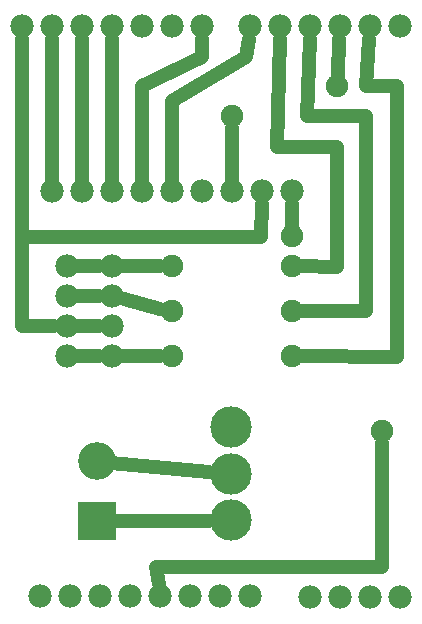
<source format=gbl>
G04 MADE WITH FRITZING*
G04 WWW.FRITZING.ORG*
G04 DOUBLE SIDED*
G04 HOLES PLATED*
G04 CONTOUR ON CENTER OF CONTOUR VECTOR*
%ASAXBY*%
%FSLAX23Y23*%
%MOIN*%
%OFA0B0*%
%SFA1.0B1.0*%
%ADD10C,0.075000*%
%ADD11C,0.078000*%
%ADD12C,0.137795*%
%ADD13C,0.125984*%
%ADD14R,0.125984X0.125984*%
%ADD15C,0.048000*%
%LNCOPPER0*%
G90*
G70*
G54D10*
X981Y879D03*
X581Y879D03*
X981Y1029D03*
X581Y1029D03*
X981Y1179D03*
X581Y1179D03*
G54D11*
X381Y879D03*
X381Y979D03*
X381Y1079D03*
X381Y1179D03*
X231Y879D03*
X231Y979D03*
X231Y1079D03*
X231Y1179D03*
G54D12*
X777Y644D03*
X777Y488D03*
X777Y332D03*
G54D11*
X981Y1429D03*
X881Y1429D03*
X781Y1429D03*
X681Y1429D03*
X581Y1429D03*
X481Y1429D03*
X381Y1429D03*
X281Y1429D03*
X181Y1429D03*
X681Y1979D03*
X581Y1979D03*
X481Y1979D03*
X381Y1979D03*
X281Y1979D03*
X181Y1979D03*
X81Y1979D03*
X843Y79D03*
X743Y79D03*
X643Y79D03*
X543Y79D03*
X443Y79D03*
X343Y79D03*
X243Y79D03*
X143Y79D03*
X1343Y75D03*
X1243Y75D03*
X1143Y75D03*
X1043Y75D03*
X1343Y1979D03*
X1243Y1979D03*
X1143Y1979D03*
X1043Y1979D03*
X943Y1979D03*
X843Y1979D03*
G54D13*
X331Y329D03*
X331Y529D03*
G54D10*
X781Y1679D03*
X1131Y1779D03*
X1281Y629D03*
X981Y1279D03*
G54D14*
X331Y329D03*
G54D15*
X272Y979D02*
X340Y979D01*
D02*
X340Y1179D02*
X272Y1179D01*
D02*
X340Y1079D02*
X272Y1079D01*
D02*
X340Y879D02*
X272Y879D01*
D02*
X542Y1179D02*
X422Y1179D01*
D02*
X543Y1038D02*
X421Y1069D01*
D02*
X542Y879D02*
X422Y879D01*
D02*
X181Y1470D02*
X181Y1937D01*
D02*
X281Y1470D02*
X281Y1937D01*
D02*
X381Y1470D02*
X381Y1937D01*
D02*
X481Y1779D02*
X682Y1878D01*
D02*
X682Y1878D02*
X681Y1937D01*
D02*
X481Y1470D02*
X481Y1779D01*
D02*
X781Y1470D02*
X781Y1639D01*
D02*
X880Y1277D02*
X881Y1387D01*
D02*
X81Y1277D02*
X880Y1277D01*
D02*
X81Y1937D02*
X81Y1277D01*
D02*
X81Y1937D02*
X81Y1277D01*
D02*
X81Y1277D02*
X81Y980D01*
D02*
X81Y980D02*
X190Y979D01*
D02*
X530Y178D02*
X1282Y178D01*
D02*
X538Y120D02*
X530Y178D01*
D02*
X1282Y178D02*
X1281Y589D01*
D02*
X981Y1387D02*
X981Y1318D01*
D02*
X706Y331D02*
X377Y329D01*
D02*
X706Y494D02*
X377Y524D01*
D02*
X830Y1878D02*
X583Y1729D01*
D02*
X583Y1729D02*
X581Y1459D01*
D02*
X838Y1938D02*
X830Y1878D01*
D02*
X1131Y1578D02*
X1131Y1178D01*
D02*
X933Y1578D02*
X1131Y1578D01*
D02*
X1131Y1178D02*
X1010Y1179D01*
D02*
X942Y1937D02*
X933Y1578D01*
D02*
X1230Y1680D02*
X1032Y1680D01*
D02*
X1230Y1029D02*
X1230Y1680D01*
D02*
X1032Y1680D02*
X1041Y1937D01*
D02*
X1010Y1029D02*
X1230Y1029D01*
D02*
X1332Y1779D02*
X1230Y1779D01*
D02*
X1230Y1779D02*
X1240Y1938D01*
D02*
X1332Y878D02*
X1332Y1779D01*
D02*
X1010Y879D02*
X1332Y878D01*
D02*
X1140Y1938D02*
X1134Y1818D01*
G04 End of Copper0*
M02*
</source>
